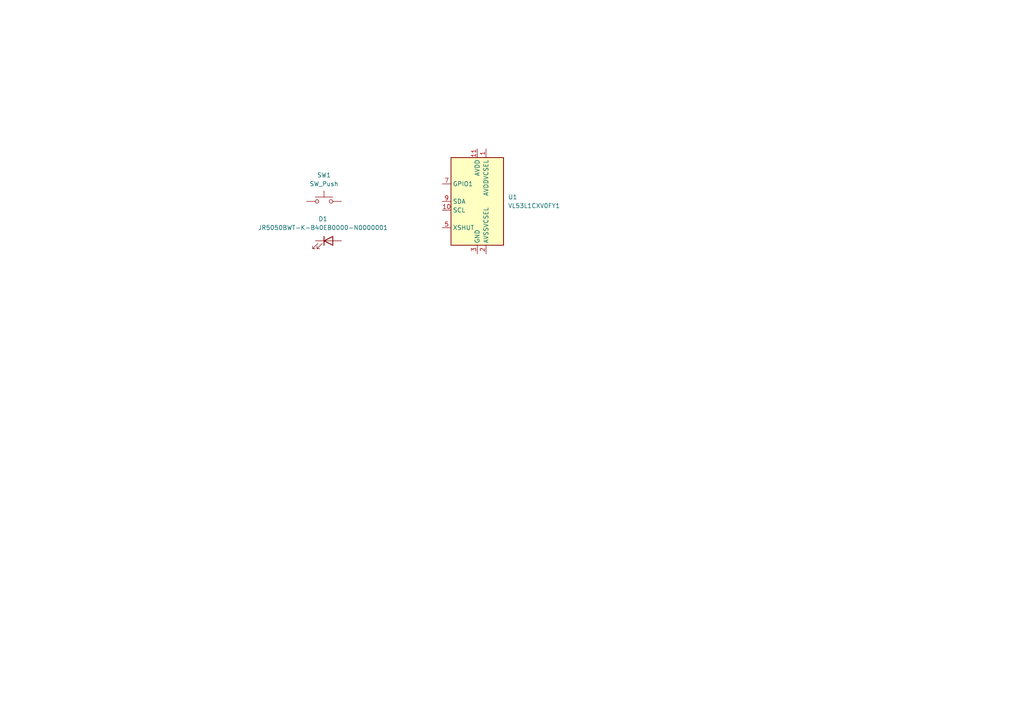
<source format=kicad_sch>
(kicad_sch (version 20230121) (generator eeschema)
  (paper "A4")
  (lib_symbols
    (symbol "Device:LED" (pin_numbers hide) (pin_names (offset 1.016) hide)
      (property "Reference" "D" (at 0 2.54 0))
      (property "Value" "LED" (at 0 -2.54 0))
      (symbol "LED_0_1"
        (polyline (pts (xy -1.27 -1.27) (xy -1.27 1.27)) (stroke (width 0.254)))
        (polyline (pts (xy -1.27 0) (xy 1.27 0)))
        (polyline (pts (xy 1.27 -1.27) (xy 1.27 1.27) (xy -1.27 0) (xy 1.27 -1.27)) (stroke (width 0.254)))
        (polyline (pts (xy -3.048 -0.762) (xy -4.572 -2.286) (xy -3.81 -2.286) (xy -4.572 -2.286) (xy -4.572 -1.524)))
        (polyline (pts (xy -1.778 -0.762) (xy -3.302 -2.286) (xy -2.54 -2.286) (xy -3.302 -2.286) (xy -3.302 -1.524)))
      )
      (symbol "LED_1_1"
        (pin passive line (at -3.81 0 0) (length 2.54) (name "K") (number "1"))
        (pin passive line (at 3.81 0 180) (length 2.54) (name "A") (number "2"))
      )
    )
    (symbol "Sensor_Distance:VL53L1CXV0FY1"
      (property "Reference" "U" (at -6.35 13.97 0))
      (property "Value" "VL53L1CXV0FY1" (at 12.065 13.97 0))
      (symbol "VL53L1CXV0FY1_0_1"
        (rectangle (start -7.62 12.7) (end 7.62 -12.7) (stroke (width 0.254)) (fill (type background)))
      )
      (symbol "VL53L1CXV0FY1_1_1"
        (pin power_in line (at 2.54 15.24 270) (length 2.54) (name "AVDDVCSEL") (number "1"))
        (pin input line (at -10.16 -2.54 0) (length 2.54) (name "SCL") (number "10"))
        (pin power_in line (at 0 15.24 270) (length 2.54) (name "AVDD") (number "11"))
        (pin passive line (at 0 -15.24 90) (length 2.54) hide (name "GND") (number "12"))
        (pin power_in line (at 2.54 -15.24 90) (length 2.54) (name "AVSSVCSEL") (number "2"))
        (pin power_in line (at 0 -15.24 90) (length 2.54) (name "GND") (number "3"))
        (pin passive line (at 0 -15.24 90) (length 2.54) hide (name "GND") (number "4"))
        (pin input line (at -10.16 -7.62 0) (length 2.54) (name "XSHUT") (number "5"))
        (pin passive line (at 0 -15.24 90) (length 2.54) hide (name "GND") (number "6"))
        (pin open_collector line (at -10.16 5.08 0) (length 2.54) (name "GPIO1") (number "7"))
        (pin no_connect line (at -7.62 7.62 0) (length 2.54) hide (name "DNC") (number "8"))
        (pin bidirectional line (at -10.16 0 0) (length 2.54) (name "SDA") (number "9"))
      )
    )
    (symbol "Switch:SW_Push" (pin_numbers hide) (pin_names (offset 1.016) hide)
      (property "Reference" "SW" (at 1.27 2.54 0))
      (property "Value" "SW_Push" (at 0 -1.524 0))
      (symbol "SW_Push_0_1"
        (circle (center -2.032 0) (radius 0.508))
        (polyline (pts (xy 0 1.27) (xy 0 3.048)))
        (polyline (pts (xy 2.54 1.27) (xy -2.54 1.27)))
        (circle (center 2.032 0) (radius 0.508))
        (pin passive line (at -5.08 0 0) (length 2.54) (name "1") (number "1"))
        (pin passive line (at 5.08 0 180) (length 2.54) (name "2") (number "2"))
      )
    )
  )
  (symbol (lib_id "Device:LED") (at 95.25 69.85 0) (unit 1)
    (property "Reference" "D1" (at 93.6625 63.5 0))
    (property "Value" "JR5050BWT-K-B40EB0000-N0000001" (at 93.6625 66.04 0))
    (property "Datasheet" "https://www.digikey.com/en/products/detail/creeled-inc/JR5050BWT-K-B40EB0000-N0000001/14554787" (effects hide))
  )
  (symbol (lib_id "Switch:SW_Push") (at 93.98 58.42 0) (unit 1)
    (property "Reference" "SW1" (at 93.98 50.8 0))
    (property "Value" "SW_Push" (at 93.98 53.34 0))
  )
  (symbol (lib_id "Sensor_Distance:VL53L1CXV0FY1") (at 138.43 58.42 0) (unit 1)
    (property "Reference" "U1" (at 147.32 57.15 0) (effects (justify left)))
    (property "Value" "VL53L1CXV0FY1" (at 147.32 59.69 0) (effects (justify left)))
    (property "Footprint" "Sensor_Distance:ST_VL53L1x" (effects hide))
    (property "Datasheet" "https://www.st.com/resource/en/datasheet/vl53l1x.pdf" (effects hide))
  )
)
</source>
